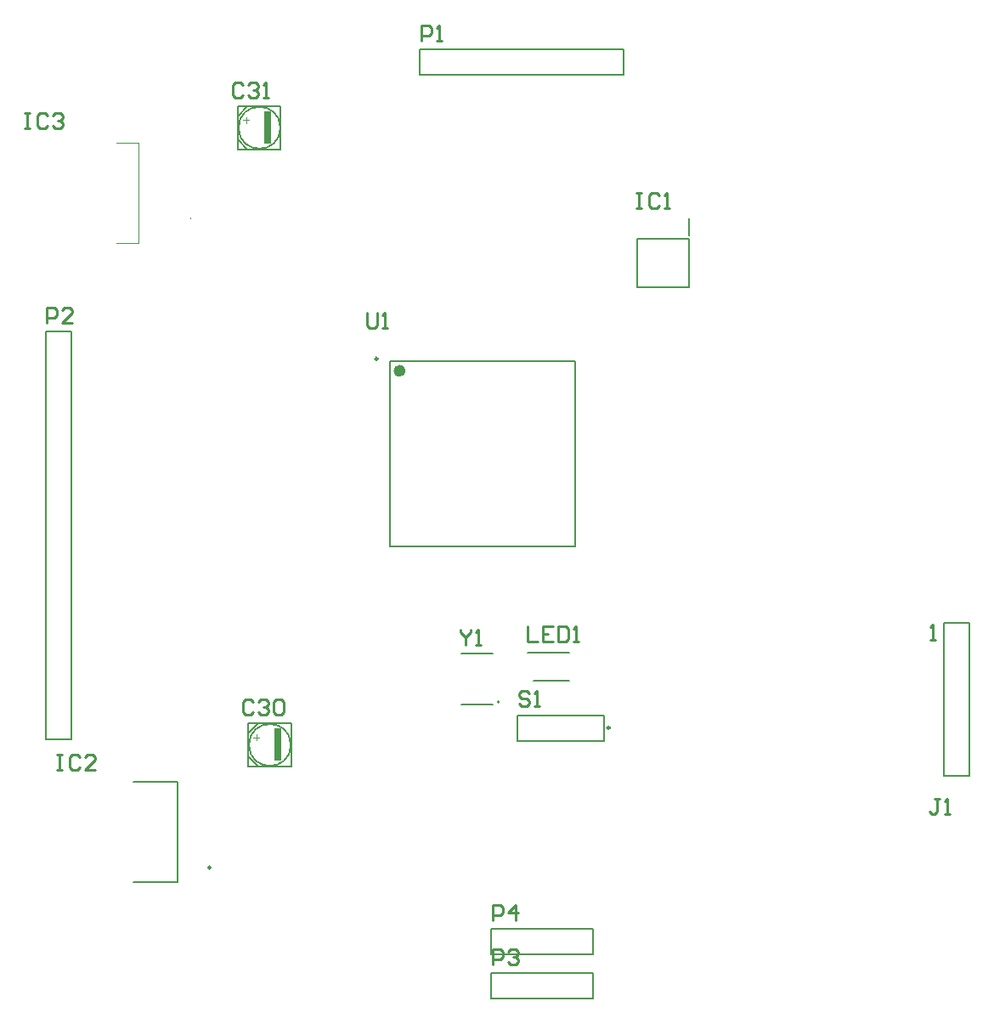
<source format=gto>
G04*
G04 #@! TF.GenerationSoftware,Altium Limited,Altium Designer,18.0.7 (293)*
G04*
G04 Layer_Color=65535*
%FSLAX25Y25*%
%MOIN*%
G70*
G01*
G75*
%ADD10C,0.02362*%
%ADD11C,0.00984*%
%ADD12C,0.00500*%
%ADD13C,0.00394*%
%ADD14C,0.00787*%
%ADD15C,0.00400*%
%ADD16C,0.01000*%
%ADD17R,0.02756X0.12697*%
D10*
X162765Y262442D02*
G03*
X162765Y262442I-1181J0D01*
G01*
D11*
X153021Y267167D02*
G03*
X153021Y267167I-492J0D01*
G01*
X87523Y67624D02*
G03*
X87523Y67624I-492J0D01*
G01*
X244036Y122404D02*
G03*
X244036Y122404I-492J0D01*
G01*
D12*
X118898Y115700D02*
G03*
X118898Y115700I-8200J0D01*
G01*
X114798Y357800D02*
G03*
X114798Y357800I-8200J0D01*
G01*
X102135Y111172D02*
X106072Y107235D01*
Y124165D02*
X107254D01*
X102135Y120228D02*
X106072Y124165D01*
X102135Y115503D02*
Y119046D01*
Y124165D02*
X119065D01*
Y107235D02*
Y124165D01*
X102135Y107235D02*
X119065D01*
X102135D02*
Y124165D01*
X98035Y353272D02*
X101972Y349335D01*
Y366265D02*
X103154D01*
X98035Y362328D02*
X101972Y366265D01*
X98035Y357603D02*
Y361146D01*
Y366265D02*
X114965D01*
Y349335D02*
Y366265D01*
X98035Y349335D02*
X114965D01*
X98035D02*
Y366265D01*
D13*
X79598Y322458D02*
G03*
X79598Y322064I0J-197D01*
G01*
D02*
G03*
X79598Y322458I0J197D01*
G01*
X50464Y312615D02*
X59121D01*
Y351985D01*
X50464D02*
X59121D01*
D14*
X200524Y132587D02*
G03*
X200524Y132587I-252J0D01*
G01*
X157647Y193545D02*
X230482D01*
X157647Y266379D02*
X230482D01*
Y193545D02*
Y266379D01*
X157647Y193545D02*
Y266379D01*
X57306Y61915D02*
X74629D01*
Y101285D01*
X57306D02*
X74629D01*
X237600Y33600D02*
Y43600D01*
X197600Y33600D02*
X237600D01*
X197600Y43600D02*
X237600D01*
X197600Y33600D02*
Y43600D01*
X237500Y16200D02*
Y26200D01*
X197500Y16200D02*
X237500D01*
X197500Y26200D02*
X237500D01*
X197500Y16200D02*
Y26200D01*
X22700Y278000D02*
X32700D01*
X22700Y125500D02*
Y278000D01*
Y118000D02*
Y125500D01*
Y118000D02*
X32700D01*
Y278000D01*
X275295Y295153D02*
Y314247D01*
X254705Y295153D02*
X275295D01*
X254705D02*
Y314247D01*
X275295D01*
X275157Y315625D02*
Y322121D01*
X214302Y140888D02*
X228081D01*
X211939Y151912D02*
X228081D01*
X375300Y163700D02*
X385300D01*
X375300Y103700D02*
X385300D01*
X375300D02*
Y163700D01*
X385300Y103700D02*
Y163700D01*
X207950Y117400D02*
X241650D01*
X207950D02*
Y127400D01*
X241650D01*
Y117400D02*
Y127400D01*
X185670Y131736D02*
X198268D01*
X185670Y151421D02*
X198268D01*
X169600Y388600D02*
X249600D01*
X169600Y378600D02*
Y388600D01*
Y378600D02*
X249600D01*
Y388600D01*
D15*
X104301Y118729D02*
X106633D01*
X105467Y119895D02*
Y117563D01*
X100201Y360829D02*
X102533D01*
X101367Y361995D02*
Y359663D01*
D16*
X148900Y285098D02*
Y280100D01*
X149900Y279100D01*
X151899D01*
X152899Y280100D01*
Y285098D01*
X154898Y279100D02*
X156897D01*
X155898D01*
Y285098D01*
X154898Y284098D01*
X100149Y374548D02*
X99149Y375548D01*
X97150D01*
X96150Y374548D01*
Y370550D01*
X97150Y369550D01*
X99149D01*
X100149Y370550D01*
X102148Y374548D02*
X103148Y375548D01*
X105147D01*
X106147Y374548D01*
Y373549D01*
X105147Y372549D01*
X104147D01*
X105147D01*
X106147Y371549D01*
Y370550D01*
X105147Y369550D01*
X103148D01*
X102148Y370550D01*
X108146Y369550D02*
X110145D01*
X109146D01*
Y375548D01*
X108146Y374548D01*
X104249Y132448D02*
X103249Y133448D01*
X101250D01*
X100250Y132448D01*
Y128450D01*
X101250Y127450D01*
X103249D01*
X104249Y128450D01*
X106248Y132448D02*
X107248Y133448D01*
X109247D01*
X110247Y132448D01*
Y131449D01*
X109247Y130449D01*
X108247D01*
X109247D01*
X110247Y129449D01*
Y128450D01*
X109247Y127450D01*
X107248D01*
X106248Y128450D01*
X112246Y132448D02*
X113246Y133448D01*
X115245D01*
X116245Y132448D01*
Y128450D01*
X115245Y127450D01*
X113246D01*
X112246Y128450D01*
Y132448D01*
X185469Y160777D02*
Y159777D01*
X187469Y157778D01*
X189468Y159777D01*
Y160777D01*
X187469Y157778D02*
Y154779D01*
X191467D02*
X193467D01*
X192467D01*
Y160777D01*
X191467Y159777D01*
X212599Y135798D02*
X211599Y136798D01*
X209600D01*
X208600Y135798D01*
Y134799D01*
X209600Y133799D01*
X211599D01*
X212599Y132799D01*
Y131800D01*
X211599Y130800D01*
X209600D01*
X208600Y131800D01*
X214598Y130800D02*
X216597D01*
X215598D01*
Y136798D01*
X214598Y135798D01*
X198200Y47000D02*
Y52998D01*
X201199D01*
X202199Y51998D01*
Y49999D01*
X201199Y48999D01*
X198200D01*
X207197Y47000D02*
Y52998D01*
X204198Y49999D01*
X208197D01*
X198100Y29600D02*
Y35598D01*
X201099D01*
X202099Y34598D01*
Y32599D01*
X201099Y31599D01*
X198100D01*
X204098Y34598D02*
X205098Y35598D01*
X207097D01*
X208097Y34598D01*
Y33599D01*
X207097Y32599D01*
X206097D01*
X207097D01*
X208097Y31599D01*
Y30600D01*
X207097Y29600D01*
X205098D01*
X204098Y30600D01*
X23300Y281400D02*
Y287398D01*
X26299D01*
X27299Y286398D01*
Y284399D01*
X26299Y283399D01*
X23300D01*
X33297Y281400D02*
X29298D01*
X33297Y285399D01*
Y286398D01*
X32297Y287398D01*
X30298D01*
X29298Y286398D01*
X170200Y392000D02*
Y397998D01*
X173199D01*
X174199Y396998D01*
Y394999D01*
X173199Y393999D01*
X170200D01*
X176198Y392000D02*
X178197D01*
X177198D01*
Y397998D01*
X176198Y396998D01*
X211891Y162398D02*
Y156400D01*
X215890D01*
X221888Y162398D02*
X217889D01*
Y156400D01*
X221888D01*
X217889Y159399D02*
X219889D01*
X223887Y162398D02*
Y156400D01*
X226887D01*
X227886Y157400D01*
Y161398D01*
X226887Y162398D01*
X223887D01*
X229886Y156400D02*
X231885D01*
X230885D01*
Y162398D01*
X229886Y161398D01*
X373499Y94598D02*
X371499D01*
X372499D01*
Y89600D01*
X371499Y88600D01*
X370500D01*
X369500Y89600D01*
X375498Y88600D02*
X377497D01*
X376498D01*
Y94598D01*
X375498Y93598D01*
X14600Y363698D02*
X16599D01*
X15600D01*
Y357700D01*
X14600D01*
X16599D01*
X23597Y362698D02*
X22597Y363698D01*
X20598D01*
X19598Y362698D01*
Y358700D01*
X20598Y357700D01*
X22597D01*
X23597Y358700D01*
X25596Y362698D02*
X26596Y363698D01*
X28596D01*
X29595Y362698D01*
Y361699D01*
X28596Y360699D01*
X27596D01*
X28596D01*
X29595Y359699D01*
Y358700D01*
X28596Y357700D01*
X26596D01*
X25596Y358700D01*
X27100Y111998D02*
X29099D01*
X28100D01*
Y106000D01*
X27100D01*
X29099D01*
X36097Y110998D02*
X35097Y111998D01*
X33098D01*
X32098Y110998D01*
Y107000D01*
X33098Y106000D01*
X35097D01*
X36097Y107000D01*
X42095Y106000D02*
X38096D01*
X42095Y109999D01*
Y110998D01*
X41096Y111998D01*
X39096D01*
X38096Y110998D01*
X254400Y332198D02*
X256399D01*
X255400D01*
Y326200D01*
X254400D01*
X256399D01*
X263397Y331198D02*
X262397Y332198D01*
X260398D01*
X259398Y331198D01*
Y327200D01*
X260398Y326200D01*
X262397D01*
X263397Y327200D01*
X265396Y326200D02*
X267396D01*
X266396D01*
Y332198D01*
X265396Y331198D01*
X369950Y157050D02*
X371949D01*
X370950D01*
Y163048D01*
X369950Y162048D01*
D17*
X113750Y115749D02*
D03*
X109650Y357849D02*
D03*
M02*

</source>
